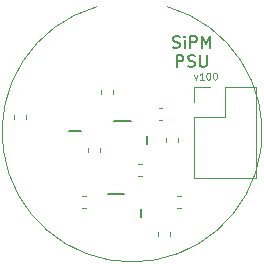
<source format=gbr>
G04 #@! TF.GenerationSoftware,KiCad,Pcbnew,5.99.0-unknown-4135f0c~100~ubuntu18.04.1*
G04 #@! TF.CreationDate,2019-10-31T11:44:12-04:00*
G04 #@! TF.ProjectId,psu,7073752e-6b69-4636-9164-5f7063625858,rev?*
G04 #@! TF.SameCoordinates,Original*
G04 #@! TF.FileFunction,Legend,Top*
G04 #@! TF.FilePolarity,Positive*
%FSLAX46Y46*%
G04 Gerber Fmt 4.6, Leading zero omitted, Abs format (unit mm)*
G04 Created by KiCad (PCBNEW 5.99.0-unknown-4135f0c~100~ubuntu18.04.1) date 2019-10-31 11:44:12*
%MOMM*%
%LPD*%
G04 APERTURE LIST*
%ADD10C,0.100000*%
%ADD11C,0.200000*%
%ADD12C,0.120000*%
%ADD13C,0.152400*%
G04 APERTURE END LIST*
D10*
X205230000Y-95181428D02*
X205372857Y-95581428D01*
X205515714Y-95181428D01*
X206058571Y-95581428D02*
X205715714Y-95581428D01*
X205887142Y-95581428D02*
X205887142Y-94981428D01*
X205830000Y-95067142D01*
X205772857Y-95124285D01*
X205715714Y-95152857D01*
X206430000Y-94981428D02*
X206487142Y-94981428D01*
X206544285Y-95010000D01*
X206572857Y-95038571D01*
X206601428Y-95095714D01*
X206630000Y-95210000D01*
X206630000Y-95352857D01*
X206601428Y-95467142D01*
X206572857Y-95524285D01*
X206544285Y-95552857D01*
X206487142Y-95581428D01*
X206430000Y-95581428D01*
X206372857Y-95552857D01*
X206344285Y-95524285D01*
X206315714Y-95467142D01*
X206287142Y-95352857D01*
X206287142Y-95210000D01*
X206315714Y-95095714D01*
X206344285Y-95038571D01*
X206372857Y-95010000D01*
X206430000Y-94981428D01*
X207001428Y-94981428D02*
X207058571Y-94981428D01*
X207115714Y-95010000D01*
X207144285Y-95038571D01*
X207172857Y-95095714D01*
X207201428Y-95210000D01*
X207201428Y-95352857D01*
X207172857Y-95467142D01*
X207144285Y-95524285D01*
X207115714Y-95552857D01*
X207058571Y-95581428D01*
X207001428Y-95581428D01*
X206944285Y-95552857D01*
X206915714Y-95524285D01*
X206887142Y-95467142D01*
X206858571Y-95352857D01*
X206858571Y-95210000D01*
X206887142Y-95095714D01*
X206915714Y-95038571D01*
X206944285Y-95010000D01*
X207001428Y-94981428D01*
D11*
X203444761Y-92829761D02*
X203587619Y-92877380D01*
X203825714Y-92877380D01*
X203920952Y-92829761D01*
X203968571Y-92782142D01*
X204016190Y-92686904D01*
X204016190Y-92591666D01*
X203968571Y-92496428D01*
X203920952Y-92448809D01*
X203825714Y-92401190D01*
X203635238Y-92353571D01*
X203540000Y-92305952D01*
X203492380Y-92258333D01*
X203444761Y-92163095D01*
X203444761Y-92067857D01*
X203492380Y-91972619D01*
X203540000Y-91925000D01*
X203635238Y-91877380D01*
X203873333Y-91877380D01*
X204016190Y-91925000D01*
X204444761Y-92877380D02*
X204444761Y-92210714D01*
X204444761Y-91877380D02*
X204397142Y-91925000D01*
X204444761Y-91972619D01*
X204492380Y-91925000D01*
X204444761Y-91877380D01*
X204444761Y-91972619D01*
X204920952Y-92877380D02*
X204920952Y-91877380D01*
X205301904Y-91877380D01*
X205397142Y-91925000D01*
X205444761Y-91972619D01*
X205492380Y-92067857D01*
X205492380Y-92210714D01*
X205444761Y-92305952D01*
X205397142Y-92353571D01*
X205301904Y-92401190D01*
X204920952Y-92401190D01*
X205920952Y-92877380D02*
X205920952Y-91877380D01*
X206254285Y-92591666D01*
X206587619Y-91877380D01*
X206587619Y-92877380D01*
X203778095Y-94487380D02*
X203778095Y-93487380D01*
X204159047Y-93487380D01*
X204254285Y-93535000D01*
X204301904Y-93582619D01*
X204349523Y-93677857D01*
X204349523Y-93820714D01*
X204301904Y-93915952D01*
X204254285Y-93963571D01*
X204159047Y-94011190D01*
X203778095Y-94011190D01*
X204730476Y-94439761D02*
X204873333Y-94487380D01*
X205111428Y-94487380D01*
X205206666Y-94439761D01*
X205254285Y-94392142D01*
X205301904Y-94296904D01*
X205301904Y-94201666D01*
X205254285Y-94106428D01*
X205206666Y-94058809D01*
X205111428Y-94011190D01*
X204920952Y-93963571D01*
X204825714Y-93915952D01*
X204778095Y-93868333D01*
X204730476Y-93773095D01*
X204730476Y-93677857D01*
X204778095Y-93582619D01*
X204825714Y-93535000D01*
X204920952Y-93487380D01*
X205159047Y-93487380D01*
X205301904Y-93535000D01*
X205730476Y-93487380D02*
X205730476Y-94296904D01*
X205778095Y-94392142D01*
X205825714Y-94439761D01*
X205920952Y-94487380D01*
X206111428Y-94487380D01*
X206206666Y-94439761D01*
X206254285Y-94392142D01*
X206301904Y-94296904D01*
X206301904Y-93487380D01*
D12*
X203010749Y-89407366D02*
G75*
G02X196980000Y-89410000I-3010749J-10592634D01*
G01*
D13*
X200770650Y-107187860D02*
X200770650Y-106512138D01*
X199317350Y-105249999D02*
X197967350Y-105249999D01*
X194680000Y-99959999D02*
X195676212Y-99959999D01*
X201303300Y-101050361D02*
X201303300Y-100374639D01*
X199890000Y-99062500D02*
X198490000Y-99062500D01*
D12*
X200487221Y-103760000D02*
X200812779Y-103760000D01*
X200487221Y-102740000D02*
X200812779Y-102740000D01*
X203910000Y-100862779D02*
X203910000Y-100537221D01*
X202890000Y-100862779D02*
X202890000Y-100537221D01*
X202207350Y-108812778D02*
X202207350Y-108487220D01*
X203227350Y-108812778D02*
X203227350Y-108487220D01*
X196290000Y-101662779D02*
X196290000Y-101337221D01*
X197310000Y-101662779D02*
X197310000Y-101337221D01*
X189990000Y-98912778D02*
X189990000Y-98587220D01*
X191010000Y-98912778D02*
X191010000Y-98587220D01*
X202237221Y-97940000D02*
X202562779Y-97940000D01*
X202237221Y-98960000D02*
X202562779Y-98960000D01*
X204112779Y-106410000D02*
X203787221Y-106410000D01*
X204112779Y-105390000D02*
X203787221Y-105390000D01*
X195754571Y-105389999D02*
X196080129Y-105389999D01*
X195754571Y-106409999D02*
X196080129Y-106409999D01*
X198410000Y-96437220D02*
X198410000Y-96762778D01*
X197390000Y-96437220D02*
X197390000Y-96762778D01*
X205270000Y-103910000D02*
X210470000Y-103910000D01*
X205270000Y-98770000D02*
X205270000Y-103910000D01*
X210470000Y-96170000D02*
X210470000Y-103910000D01*
X205270000Y-98770000D02*
X207870000Y-98770000D01*
X207870000Y-98770000D02*
X207870000Y-96170000D01*
X207870000Y-96170000D02*
X210470000Y-96170000D01*
X205270000Y-97500000D02*
X205270000Y-96170000D01*
X205270000Y-96170000D02*
X206600000Y-96170000D01*
M02*

</source>
